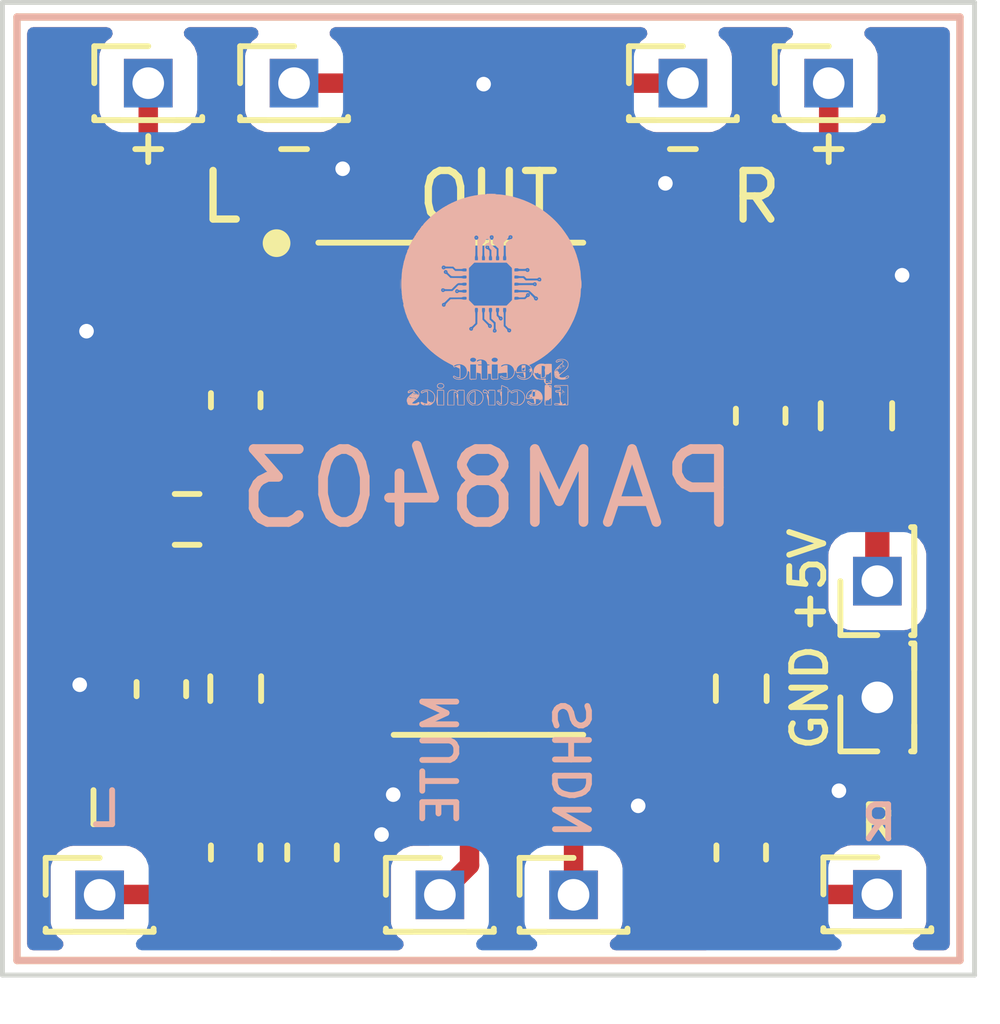
<source format=kicad_pcb>
(kicad_pcb (version 20211014) (generator pcbnew)
  (layers (0 "F.Cu" signal) (31 "B.Cu" signal) (34 "B.Paste" user) (35 "F.Paste" user) (36 "B.SilkS" user "B.Silkscreen") (37 "F.SilkS" user "F.Silkscreen") (38 "B.Mask" user) (39 "F.Mask" user) (44 "Edge.Cuts" user))
  (net 0 "")
  (net 1 "GND")
  (net 2 "Net-(C1-Pad2)")
  (net 3 "INL")
  (net 4 "Net-(C2-Pad2)")
  (net 5 "INR")
  (net 6 "Net-(C3-Pad2)")
  (net 7 "+5V")
  (net 8 "~{SHDN}")
  (net 9 "~{MUTE}")
  (net 10 "LOUT+")
  (net 11 "LOUT-")
  (net 12 "ROUT-")
  (net 13 "ROUT+")
  (net 14 "Net-(R2-Pad2)")
  (net 15 "Net-(R3-Pad2)")
  (footprint "Resistor_SMD:R_0603_1608Metric_Pad0.98x0.95mm_HandSolder" (layer "F.Cu") (at 115.2 114.11 90)
    (fp_text reference "R3" hide)
    (fp_text value "10k")
    (pad "1" smd roundrect (at -0.9125 0 90) (size 0.975 0.95) (layers "F.Cu" "F.Paste" "F.Mask") (net 6 "Net-(C3-Pad2)"))
    (pad "2" smd roundrect (at 0.9125 0 90) (size 0.975 0.95) (layers "F.Cu" "F.Paste" "F.Mask") (net 15 "Net-(R3-Pad2)"))
  )
  (footprint "Connector_PinHeader_1.27mm:PinHeader_1x01_P1.27mm_Vertical" (layer "F.Cu") (at 102 118.35)
    (fp_text reference "L" (at -0.01 -1.77) (layer "F.SilkS") (effects (font (size 0.7 0.7) (thickness 0.12))))
    (fp_text value "INL")
    (pad "1" thru_hole rect locked (at 0 0) (size 1 1) (drill 0.65) (layers *.Cu *.Mask) (net 3 "INL"))
  )
  (footprint "Capacitor_SMD:C_0805_2012Metric_Pad1.18x1.45mm_HandSolder" (layer "F.Cu") (at 117.57 108.5 90)
    (fp_text reference "C7" hide)
    (fp_text value "22UF")
    (pad "1" smd roundrect (at -1.0375 0 90) (size 1.175 1.45) (layers "F.Cu" "F.Paste" "F.Mask") (roundrect_rratio 0.212766) (net 7 "+5V"))
    (pad "2" smd roundrect (at 1.0375 0 90) (size 1.175 1.45) (layers "F.Cu" "F.Paste" "F.Mask") (roundrect_rratio 0.212766) (net 1 "GND"))
  )
  (footprint "Connector_PinHeader_1.27mm:PinHeader_1x01_P1.27mm_Vertical" (layer "F.Cu") (at 106 101.66)
    (fp_text reference "-" (at 0 1.305) (layer "F.SilkS") (effects (font (size 0.7 0.7) (thickness 0.12))))
    (fp_text value "LOUT-")
    (pad "1" thru_hole rect locked (at 0 0) (size 1 1) (drill 0.65) (layers *.Cu *.Mask) (net 11 "LOUT-"))
  )
  (footprint "Connector_PinHeader_1.27mm:PinHeader_1x01_P1.27mm_Vertical" (layer "F.Cu") (at 118 114.29 90)
    (fp_text reference "GND" (at 0 -1.39 90) (layer "F.SilkS") (effects (font (size 0.7 0.7) (thickness 0.12))))
    (fp_text value "GND")
    (pad "1" thru_hole rect (at 0 0 90) (size 1 1) (drill 0.65) (layers *.Cu *.Mask) (net 1 "GND"))
  )
  (footprint "Connector_PinHeader_1.27mm:PinHeader_1x01_P1.27mm_Vertical" (layer "F.Cu") (at 118 118.34)
    (fp_text reference "R" (at 0.01 -1.47) (layer "F.SilkS") (effects (font (size 0.7 0.7) (thickness 0.12))))
    (fp_text value "INR")
    (pad "1" thru_hole rect locked (at 0 0) (size 1 1) (drill 0.65) (layers *.Cu *.Mask) (net 5 "INR"))
  )
  (footprint "Capacitor_SMD:C_0603_1608Metric_Pad1.08x0.95mm_HandSolder" (layer "F.Cu") (at 104.8 117.48 90)
    (fp_text reference "C2" hide)
    (fp_text value "470nf")
    (pad "1" smd roundrect (at -0.8625 0 90) (size 1.075 0.95) (layers "F.Cu" "F.Paste" "F.Mask") (net 3 "INL"))
    (pad "2" smd roundrect (at 0.8625 0 90) (size 1.075 0.95) (layers "F.Cu" "F.Paste" "F.Mask") (net 4 "Net-(C2-Pad2)"))
  )
  (footprint "Capacitor_SMD:C_0603_1608Metric_Pad1.08x0.95mm_HandSolder" (layer "F.Cu") (at 104.8 108.18 90)
    (fp_text reference "C5" hide)
    (fp_text value "1uf")
    (pad "1" smd roundrect (at -0.8625 0 90) (size 1.075 0.95) (layers "F.Cu" "F.Paste" "F.Mask") (net 7 "+5V"))
    (pad "2" smd roundrect (at 0.8625 0 90) (size 1.075 0.95) (layers "F.Cu" "F.Paste" "F.Mask") (net 1 "GND"))
  )
  (footprint "Connector_PinHeader_1.27mm:PinHeader_1x01_P1.27mm_Vertical" (layer "F.Cu") (at 109 118.35)
    (fp_text reference "MUTE" (at 0.02 -2.79 90) (layer "B.SilkS") (effects (font (size 0.7 0.7) (thickness 0.12)) (justify mirror)))
    (fp_text value "~{MUTE}")
    (pad "1" thru_hole rect locked (at 0 0) (size 1 1) (drill 0.65) (layers *.Cu *.Mask) (net 9 "~{MUTE}"))
  )
  (footprint "Capacitor_SMD:C_0603_1608Metric_Pad1.08x0.95mm_HandSolder" (layer "F.Cu") (at 103.27 114.12 -90)
    (fp_text reference "C4" hide)
    (fp_text value "1uf")
    (pad "1" smd roundrect (at -0.8625 0 270) (size 1.075 0.95) (layers "F.Cu" "F.Paste" "F.Mask") (net 7 "+5V"))
    (pad "2" smd roundrect (at 0.8625 0 270) (size 1.075 0.95) (layers "F.Cu" "F.Paste" "F.Mask") (net 1 "GND"))
  )
  (footprint "Resistor_SMD:R_0603_1608Metric_Pad0.98x0.95mm_HandSolder" (layer "F.Cu") (at 104.8 114.11 90)
    (fp_text reference "R2" hide)
    (fp_text value "10k")
    (pad "1" smd roundrect (at -0.9125 0 90) (size 0.975 0.95) (layers "F.Cu" "F.Paste" "F.Mask") (net 4 "Net-(C2-Pad2)"))
    (pad "2" smd roundrect (at 0.9125 0 90) (size 0.975 0.95) (layers "F.Cu" "F.Paste" "F.Mask") (net 14 "Net-(R2-Pad2)"))
  )
  (footprint "Capacitor_SMD:C_0603_1608Metric_Pad1.08x0.95mm_HandSolder" (layer "F.Cu") (at 115.6 108.5 90)
    (fp_text reference "C6" hide)
    (fp_text value "1uf")
    (pad "1" smd roundrect (at -0.8625 0 90) (size 1.075 0.95) (layers "F.Cu" "F.Paste" "F.Mask") (net 7 "+5V"))
    (pad "2" smd roundrect (at 0.8625 0 90) (size 1.075 0.95) (layers "F.Cu" "F.Paste" "F.Mask") (net 1 "GND"))
  )
  (footprint "Capacitor_SMD:C_0603_1608Metric_Pad1.08x0.95mm_HandSolder" (layer "F.Cu") (at 106.37 117.48 90)
    (fp_text reference "C1" hide)
    (fp_text value "100nf")
    (pad "1" smd roundrect (at -0.8625 0 90) (size 1.075 0.95) (layers "F.Cu" "F.Paste" "F.Mask") (net 1 "GND"))
    (pad "2" smd roundrect (at 0.8625 0 90) (size 1.075 0.95) (layers "F.Cu" "F.Paste" "F.Mask") (net 2 "Net-(C1-Pad2)"))
  )
  (footprint "Connector_PinHeader_1.27mm:PinHeader_1x01_P1.27mm_Vertical" (layer "F.Cu") (at 117 101.66)
    (fp_text reference "+" (at 0 1.305) (layer "F.SilkS") (effects (font (size 0.7 0.7) (thickness 0.12))))
    (fp_text value "ROUT+")
    (pad "1" thru_hole rect locked (at 0 0) (size 1 1) (drill 0.65) (layers *.Cu *.Mask) (net 13 "ROUT+"))
  )
  (footprint "Connector_PinHeader_1.27mm:PinHeader_1x01_P1.27mm_Vertical" (layer "F.Cu") (at 111.75 118.35)
    (fp_text reference "SHDN" (at 0 -2.6 90) (layer "B.SilkS") (effects (font (size 0.7 0.7) (thickness 0.12)) (justify mirror)))
    (fp_text value "~{SHDN}")
    (pad "1" thru_hole rect locked (at 0 0) (size 1 1) (drill 0.65) (layers *.Cu *.Mask) (net 8 "~{SHDN}"))
  )
  (footprint "Connector_PinHeader_1.27mm:PinHeader_1x01_P1.27mm_Vertical" (layer "F.Cu") (at 103 101.66)
    (fp_text reference "+" (at 0 1.305) (layer "F.SilkS") (effects (font (size 0.7 0.7) (thickness 0.12))))
    (fp_text value "LOUT+")
    (pad "1" thru_hole rect locked (at 0 0) (size 1 1) (drill 0.65) (layers *.Cu *.Mask) (net 10 "LOUT+"))
  )
  (footprint "Resistor_SMD:R_0603_1608Metric_Pad0.98x0.95mm_HandSolder" (layer "F.Cu") (at 103.8 110.63)
    (fp_text reference "R1" hide)
    (fp_text value "10k")
    (pad "1" smd roundrect (at -0.9125 0) (size 0.975 0.95) (layers "F.Cu" "F.Paste" "F.Mask") (net 7 "+5V"))
    (pad "2" smd roundrect (at 0.9125 0) (size 0.975 0.95) (layers "F.Cu" "F.Paste" "F.Mask") (net 9 "~{MUTE}"))
  )
  (footprint "Package_SO:SOP-16_3.9x9.9mm_P1.27mm" (layer "F.Cu") (at 110 110)
    (fp_text reference "U1" hide)
    (fp_text value "PAM8403D")
    (pad "1" smd roundrect (at -2.5 -4.445) (size 2 0.6) (layers "F.Cu" "F.Paste" "F.Mask") (net 10 "LOUT+"))
    (pad "2" smd roundrect (at -2.5 -3.175) (size 2 0.6) (layers "F.Cu" "F.Paste" "F.Mask") (net 1 "GND"))
    (pad "3" smd roundrect (at -2.5 -1.905) (size 2 0.6) (layers "F.Cu" "F.Paste" "F.Mask") (net 11 "LOUT-"))
    (pad "4" smd roundrect (at -2.5 -0.635) (size 2 0.6) (layers "F.Cu" "F.Paste" "F.Mask") (net 7 "+5V"))
    (pad "5" smd roundrect (at -2.5 0.635) (size 2 0.6) (layers "F.Cu" "F.Paste" "F.Mask") (net 9 "~{MUTE}"))
    (pad "6" smd roundrect (at -2.5 1.905) (size 2 0.6) (layers "F.Cu" "F.Paste" "F.Mask") (net 7 "+5V"))
    (pad "7" smd roundrect (at -2.5 3.175) (size 2 0.6) (layers "F.Cu" "F.Paste" "F.Mask") (net 14 "Net-(R2-Pad2)"))
    (pad "8" smd roundrect (at -2.5 4.445) (size 2 0.6) (layers "F.Cu" "F.Paste" "F.Mask") (net 2 "Net-(C1-Pad2)"))
    (pad "9" smd roundrect (at 2.5 4.445) (size 2 0.6) (layers "F.Cu" "F.Paste" "F.Mask"))
    (pad "10" smd roundrect (at 2.5 3.175) (size 2 0.6) (layers "F.Cu" "F.Paste" "F.Mask") (net 15 "Net-(R3-Pad2)"))
    (pad "11" smd roundrect (at 2.5 1.905) (size 2 0.6) (layers "F.Cu" "F.Paste" "F.Mask") (net 1 "GND"))
    (pad "12" smd roundrect (at 2.5 0.635) (size 2 0.6) (layers "F.Cu" "F.Paste" "F.Mask") (net 8 "~{SHDN}"))
    (pad "13" smd roundrect (at 2.5 -0.635) (size 2 0.6) (layers "F.Cu" "F.Paste" "F.Mask") (net 7 "+5V"))
    (pad "14" smd roundrect (at 2.5 -1.905) (size 2 0.6) (layers "F.Cu" "F.Paste" "F.Mask") (net 12 "ROUT-"))
    (pad "15" smd roundrect (at 2.5 -3.175) (size 2 0.6) (layers "F.Cu" "F.Paste" "F.Mask") (net 1 "GND"))
    (pad "16" smd roundrect (at 2.5 -4.445) (size 2 0.6) (layers "F.Cu" "F.Paste" "F.Mask") (net 13 "ROUT+"))
  )
  (footprint "Capacitor_SMD:C_0603_1608Metric_Pad1.08x0.95mm_HandSolder" (layer "F.Cu") (at 115.2 117.48 90)
    (fp_text reference "C3" hide)
    (fp_text value "470nf")
    (pad "1" smd roundrect (at -0.8625 0 90) (size 1.075 0.95) (layers "F.Cu" "F.Paste" "F.Mask") (net 5 "INR"))
    (pad "2" smd roundrect (at 0.8625 0 90) (size 1.075 0.95) (layers "F.Cu" "F.Paste" "F.Mask") (net 6 "Net-(C3-Pad2)"))
  )
  (footprint "Connector_PinHeader_1.27mm:PinHeader_1x01_P1.27mm_Vertical" (layer "F.Cu") (at 114 101.66)
    (fp_text reference "-" (at 0 1.305) (layer "F.SilkS") (effects (font (size 0.7 0.7) (thickness 0.12))))
    (fp_text value "ROUT-")
    (pad "1" thru_hole rect locked (at 0 0) (size 1 1) (drill 0.65) (layers *.Cu *.Mask) (net 12 "ROUT-"))
  )
  (footprint "Connector_PinHeader_1.27mm:PinHeader_1x01_P1.27mm_Vertical" (layer "F.Cu") (at 118 111.9 90)
    (fp_text reference "+5V" (at 0.01 -1.43 90) (layer "F.SilkS") (effects (font (size 0.7 0.7) (thickness 0.12))))
    (fp_text value "5V")
    (pad "1" thru_hole rect (at 0 0 90) (size 1 1) (drill 0.65) (layers *.Cu *.Mask) (net 7 "+5V"))
  )
  (footprint "Footprints:specific_electronics" (layer "B.Cu") (at 109.994249 105.785179 180)
    (fp_text reference "G***" hide)
    (fp_text value "LOGO" hide)
  )
  (gr_line (start 119.7 119.7) (end 100.3 119.7) (layer "B.SilkS") (width 0.15))
  (gr_line (start 100.3 100.3) (end 119.7 100.3) (layer "B.SilkS") (width 0.15))
  (gr_line (start 100.3 100.3) (end 100.3 119.7) (layer "B.SilkS") (width 0.15))
  (gr_line (start 119.7 119.7) (end 119.7 100.3) (layer "B.SilkS") (width 0.15))
  (gr_line (start 119.7 119.7) (end 119.7 100.3) (layer "F.SilkS") (width 0.15))
  (gr_line (start 119.7 119.7) (end 100.3 119.7) (layer "F.SilkS") (width 0.15))
  (gr_line (start 100.3 100.3) (end 100.3 119.7) (layer "F.SilkS") (width 0.15))
  (gr_line (start 100.3 100.3) (end 119.7 100.3) (layer "F.SilkS") (width 0.15))
  (gr_circle (center 105.64 104.95) (end 105.85 104.95) (layer "F.SilkS") (width 0.15) (fill solid))
  (gr_line (start 100 100) (end 100 120) (layer "Edge.Cuts") (width 0.1))
  (gr_line (start 100 100) (end 120 100) (layer "Edge.Cuts") (width 0.1))
  (gr_line (start 100 120) (end 120 120) (layer "Edge.Cuts") (width 0.1))
  (gr_line (start 120 100) (end 120 120) (layer "Edge.Cuts") (width 0.1))
  (gr_text "PAM8403" (at 109.99 110) (layer "B.SilkS") (effects (font (size 1.5 1.5) (thickness 0.2)) (justify mirror)))
  (gr_text "R" (at 118.04 116.87) (layer "B.SilkS") (effects (font (size 0.7 0.7) (thickness 0.12)) (justify mirror)))
  (gr_text "L" (at 102.14 116.58) (layer "B.SilkS") (effects (font (size 0.7 0.7) (thickness 0.12)) (justify mirror)))
  (gr_text "L" (at 104.5 104) (layer "F.SilkS") (effects (font (size 1 1))))
  (gr_text "OUT" (at 110 104) (layer "F.SilkS") (effects (font (size 1 1))))
  (gr_text "R" (at 115.5 104) (layer "F.SilkS") (effects (font (size 1 1))))
  (via (at 113.08 116.52) (size 0.6) (drill 0.3) (layers "F.Cu" "B.Cu") (net 1))
  (via (at 101.59 114.03) (size 0.6) (drill 0.3) (layers "F.Cu" "B.Cu") (net 1))
  (via (at 107 103.42) (size 0.6) (drill 0.3) (layers "F.Cu" "B.Cu") (net 1))
  (via (at 107.8 117.11) (size 0.6) (drill 0.3) (layers "F.Cu" "B.Cu") (net 1))
  (via (at 101.73 106.76) (size 0.6) (drill 0.3) (layers "F.Cu" "B.Cu") (net 1))
  (via (at 108.04 116.29) (size 0.6) (drill 0.3) (layers "F.Cu" "B.Cu") (net 1))
  (via (at 109.9 101.68) (size 0.6) (drill 0.3) (layers "F.Cu" "B.Cu") (net 1))
  (via (at 118.51 105.61) (size 0.6) (drill 0.3) (layers "F.Cu" "B.Cu") (net 1))
  (via (at 117.21 116.21) (size 0.6) (drill 0.3) (layers "F.Cu" "B.Cu") (net 1))
  (via (at 113.64 103.72) (size 0.6) (drill 0.3) (layers "F.Cu" "B.Cu") (net 1))
  (segment (start 106.37 114.88) (end 106.805 114.445) (width 0.4) (layer "F.Cu") (net 2))
  (segment (start 106.805 114.445) (end 107.5 114.445) (width 0.4) (layer "F.Cu") (net 2))
  (segment (start 106.37 116.6175) (end 106.37 114.88) (width 0.4) (layer "F.Cu") (net 2))
  (segment (start 102.0075 118.3425) (end 102 118.35) (width 0.4) (layer "F.Cu") (net 3))
  (segment (start 104.8 118.3425) (end 102.0075 118.3425) (width 0.4) (layer "F.Cu") (net 3))
  (segment (start 104.8 115.0225) (end 104.8 116.6175) (width 0.4) (layer "F.Cu") (net 4))
  (segment (start 115.2 118.3425) (end 117.9975 118.3425) (width 0.4) (layer "F.Cu") (net 5))
  (segment (start 117.9975 118.3425) (end 118 118.34) (width 0.4) (layer "F.Cu") (net 5))
  (segment (start 115.2 115.0225) (end 115.2 116.6175) (width 0.4) (layer "F.Cu") (net 6))
  (segment (start 102.8875 111.4475) (end 102.8875 110.63) (width 0.4) (layer "F.Cu") (net 7))
  (segment (start 118 109.9675) (end 117.57 109.5375) (width 0.5) (layer "F.Cu") (net 7))
  (segment (start 112.5 109.365) (end 117.3975 109.365) (width 0.5) (layer "F.Cu") (net 7))
  (segment (start 103.1875 109.0425) (end 102.8875 109.3425) (width 0.5) (layer "F.Cu") (net 7))
  (segment (start 117.3975 109.365) (end 117.57 109.5375) (width 0.5) (layer "F.Cu") (net 7))
  (segment (start 102.8875 109.3425) (end 102.8875 110.63) (width 0.5) (layer "F.Cu") (net 7))
  (segment (start 103.345 111.905) (end 102.8875 111.4475) (width 0.4) (layer "F.Cu") (net 7))
  (segment (start 118 111.9) (end 118 109.9675) (width 0.5) (layer "F.Cu") (net 7))
  (segment (start 103.345 113.1825) (end 103.27 113.2575) (width 0.4) (layer "F.Cu") (net 7))
  (segment (start 104.8 109.0425) (end 103.1875 109.0425) (width 0.5) (layer "F.Cu") (net 7))
  (segment (start 105.1225 109.365) (end 104.8 109.0425) (width 0.5) (layer "F.Cu") (net 7))
  (segment (start 103.345 111.905) (end 103.345 113.1825) (width 0.4) (layer "F.Cu") (net 7))
  (segment (start 107.5 111.905) (end 103.345 111.905) (width 0.4) (layer "F.Cu") (net 7))
  (segment (start 107.5 109.365) (end 105.1225 109.365) (width 0.5) (layer "F.Cu") (net 7))
  (segment (start 112.5 109.365) (end 107.5 109.365) (width 0.5) (layer "F.Cu") (net 7))
  (segment (start 110.62 111.14) (end 110.62 115.22) (width 0.4) (layer "F.Cu") (net 8))
  (segment (start 110.62 115.22) (end 111.75 116.35) (width 0.4) (layer "F.Cu") (net 8))
  (segment (start 111.75 116.35) (end 111.75 118.35) (width 0.4) (layer "F.Cu") (net 8))
  (segment (start 112.5 110.635) (end 111.125 110.635) (width 0.4) (layer "F.Cu") (net 8))
  (segment (start 111.125 110.635) (end 110.62 111.14) (width 0.4) (layer "F.Cu") (net 8))
  (segment (start 109.61 111.35) (end 109.61 117.74) (width 0.4) (layer "F.Cu") (net 9))
  (segment (start 107.5 110.635) (end 108.895 110.635) (width 0.4) (layer "F.Cu") (net 9))
  (segment (start 104.7125 110.63) (end 107.495 110.63) (width 0.4) (layer "F.Cu") (net 9))
  (segment (start 107.495 110.63) (end 107.5 110.635) (width 0.4) (layer "F.Cu") (net 9))
  (segment (start 108.895 110.635) (end 109.61 111.35) (width 0.4) (layer "F.Cu") (net 9))
  (segment (start 109.61 117.74) (end 109 118.35) (width 0.4) (layer "F.Cu") (net 9))
  (segment (start 107.5 105.555) (end 104.015 105.555) (width 0.4) (layer "F.Cu") (net 10))
  (segment (start 104.015 105.555) (end 103 104.54) (width 0.4) (layer "F.Cu") (net 10))
  (segment (start 103 104.54) (end 103 101.66) (width 0.4) (layer "F.Cu") (net 10))
  (segment (start 109.46 107.39) (end 108.755 108.095) (width 0.4) (layer "F.Cu") (net 11))
  (segment (start 109.46 102.58) (end 109.46 107.39) (width 0.4) (layer "F.Cu") (net 11))
  (segment (start 108.755 108.095) (end 107.5 108.095) (width 0.4) (layer "F.Cu") (net 11))
  (segment (start 106 101.66) (end 108.54 101.66) (width 0.4) (layer "F.Cu") (net 11))
  (segment (start 108.54 101.66) (end 109.46 102.58) (width 0.4) (layer "F.Cu") (net 11))
  (segment (start 111.62 101.66) (end 110.6 102.68) (width 0.4) (layer "F.Cu") (net 12))
  (segment (start 111.325 108.095) (end 112.5 108.095) (width 0.4) (layer "F.Cu") (net 12))
  (segment (start 114 101.66) (end 111.62 101.66) (width 0.4) (layer "F.Cu") (net 12))
  (segment (start 110.6 107.37) (end 111.325 108.095) (width 0.4) (layer "F.Cu") (net 12))
  (segment (start 110.6 102.68) (end 110.6 107.37) (width 0.4) (layer "F.Cu") (net 12))
  (segment (start 117.01 104.82) (end 117 104.81) (width 0.4) (layer "F.Cu") (net 13))
  (segment (start 112.5 105.555) (end 116.275 105.555) (width 0.4) (layer "F.Cu") (net 13))
  (segment (start 116.275 105.555) (end 117.01 104.82) (width 0.4) (layer "F.Cu") (net 13))
  (segment (start 117 104.81) (end 117 101.66) (width 0.4) (layer "F.Cu") (net 13))
  (segment (start 107.5 113.175) (end 104.8225 113.175) (width 0.4) (layer "F.Cu") (net 14))
  (segment (start 104.8225 113.175) (end 104.8 113.1975) (width 0.4) (layer "F.Cu") (net 14))
  (segment (start 112.5 113.175) (end 115.1775 113.175) (width 0.4) (layer "F.Cu") (net 15))
  (zone (net 1) (net_name "GND") (layers F&B.Cu) (connect_pads yes (clearance 0.508)) (min_thickness 0.254) (fill yes (thermal_gap 0.508) (thermal_bridge_width 0.508))
    (polygon (pts (xy 120 120) (xy 100 120) (xy 100 100) (xy 120 100)))
  )
)
</source>
